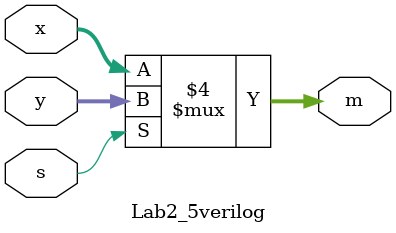
<source format=v>
`timescale 1ns / 1ps


module Lab2_5verilog(
    input [1:0]x,
    input [1:0]y,
    input s,
    output reg [1:0]m
    );
    
    always @ (x or y or s)
    
    if(s==0)
        m=x;
    else
        m=y;
endmodule

</source>
